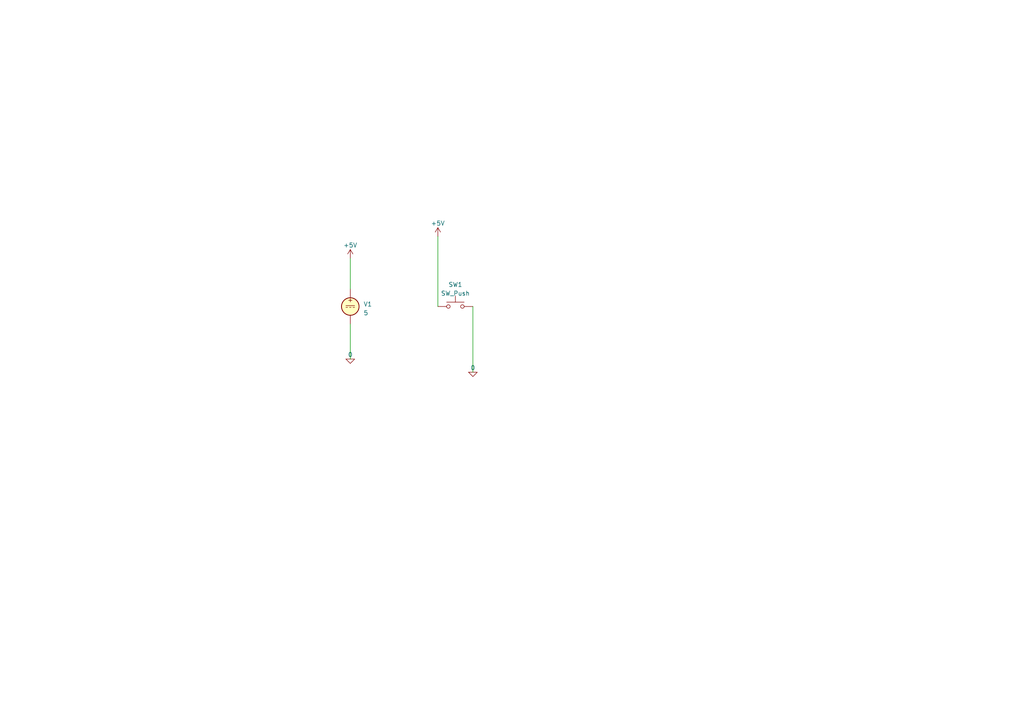
<source format=kicad_sch>
(kicad_sch (version 20230121) (generator eeschema)
  (paper "A4")
  (lib_symbols
    (symbol "Simulation_SPICE:0" (power) (pin_names (offset 0))
      (property "Value" "0" (at 0 -1.778 0))
      (symbol "0_0_1"
        (polyline (pts (xy -1.27 0) (xy 0 -1.27) (xy 1.27 0) (xy -1.27 0)))
      )
      (symbol "0_1_1"
        (pin power_in line (at 0 0 0) (length 0) hide (name "0") (number "1"))
      )
    )
    (symbol "Simulation_SPICE:VDC" (pin_numbers hide) (pin_names (offset 0.0254))
      (property "Reference" "V" (at 2.54 2.54 0))
      (property "Value" "1" (at 2.54 0 0))
      (symbol "VDC_0_0"
        (polyline (pts (xy -1.27 0.254) (xy 1.27 0.254)))
        (polyline (pts (xy -0.762 -0.254) (xy -1.27 -0.254)))
        (polyline (pts (xy 0.254 -0.254) (xy -0.254 -0.254)))
        (polyline (pts (xy 1.27 -0.254) (xy 0.762 -0.254)))
        (text "+" (at 0 1.905 0) (effects (font (size 1.27 1.27))))
      )
      (symbol "VDC_0_1"
        (circle (center 0 0) (radius 2.54) (stroke (width 0.254)) (fill (type background)))
      )
      (symbol "VDC_1_1"
        (pin passive line (at 0 5.08 270) (length 2.54) (name "~") (number "1"))
        (pin passive line (at 0 -5.08 90) (length 2.54) (name "~") (number "2"))
      )
    )
    (symbol "Switch:SW_Push" (pin_numbers hide) (pin_names (offset 1.016) hide)
      (property "Reference" "SW" (at 1.27 2.54 0))
      (property "Value" "SW_Push" (at 0 -1.524 0))
      (symbol "SW_Push_0_1"
        (circle (center -2.032 0) (radius 0.508))
        (polyline (pts (xy 0 1.27) (xy 0 3.048)))
        (polyline (pts (xy 2.54 1.27) (xy -2.54 1.27)))
        (circle (center 2.032 0) (radius 0.508))
        (pin passive line (at -5.08 0 0) (length 2.54) (name "1") (number "1"))
        (pin passive line (at 5.08 0 180) (length 2.54) (name "2") (number "2"))
      )
    )
    (symbol "power:+5V" (power) (pin_names (offset 0))
      (property "Value" "+5V" (at 0 3.556 0))
      (symbol "+5V_0_1"
        (polyline (pts (xy -0.762 1.27) (xy 0 2.54)))
        (polyline (pts (xy 0 0) (xy 0 2.54)))
        (polyline (pts (xy 0 2.54) (xy 0.762 1.27)))
      )
      (symbol "+5V_1_1"
        (pin power_in line (at 0 0 90) (length 0) hide (name "+5V") (number "1"))
      )
    )
  )
  (wire (pts (xy 101.6 93.98) (xy 101.6 104.14)))
  (wire (pts (xy 101.6 74.93) (xy 101.6 83.82)))
  (wire (pts (xy 137.16 88.9) (xy 137.16 107.95)))
  (wire (pts (xy 127 68.58) (xy 127 88.9)))
  (symbol (lib_id "Simulation_SPICE:0") (at 101.6 104.14 0) (unit 1)
    (property "Reference" "#GND01" (effects hide))
    (property "Value" "0" (at 101.6 102.87 0))
  )
  (symbol (lib_id "power:+5V") (at 101.6 74.93 0) (unit 1)
    (property "Reference" "#PWR01" (effects hide))
    (property "Value" "+5V" (at 101.6 71.12 0))
  )
  (symbol (lib_id "power:+5V") (at 127 68.58 0) (unit 1)
    (property "Reference" "#PWR02" (effects hide))
    (property "Value" "+5V" (at 127 64.77 0))
  )
  (symbol (lib_id "Simulation_SPICE:0") (at 137.16 107.95 0) (unit 1)
    (property "Reference" "#GND02" (effects hide))
    (property "Value" "0" (at 137.16 106.68 0))
  )
  (symbol (lib_id "Switch:SW_Push") (at 132.08 88.9 0) (unit 1)
    (property "Reference" "SW1" (at 132.08 82.55 0))
    (property "Value" "SW_Push" (at 132.08 85.09 0))
  )
  (symbol (lib_id "Simulation_SPICE:VDC") (at 101.6 88.9 0) (unit 1)
    (property "Reference" "V1" (at 105.41 88.2292 0) (effects (justify left)))
    (property "Value" "5" (at 105.41 90.7692 0) (effects (justify left)))
    (property "Sim.Pins" "1=+ 2=-" (effects hide))
    (property "Sim.Type" "DC" (effects hide))
    (property "Sim.Device" "V" (effects hide))
  )
)
</source>
